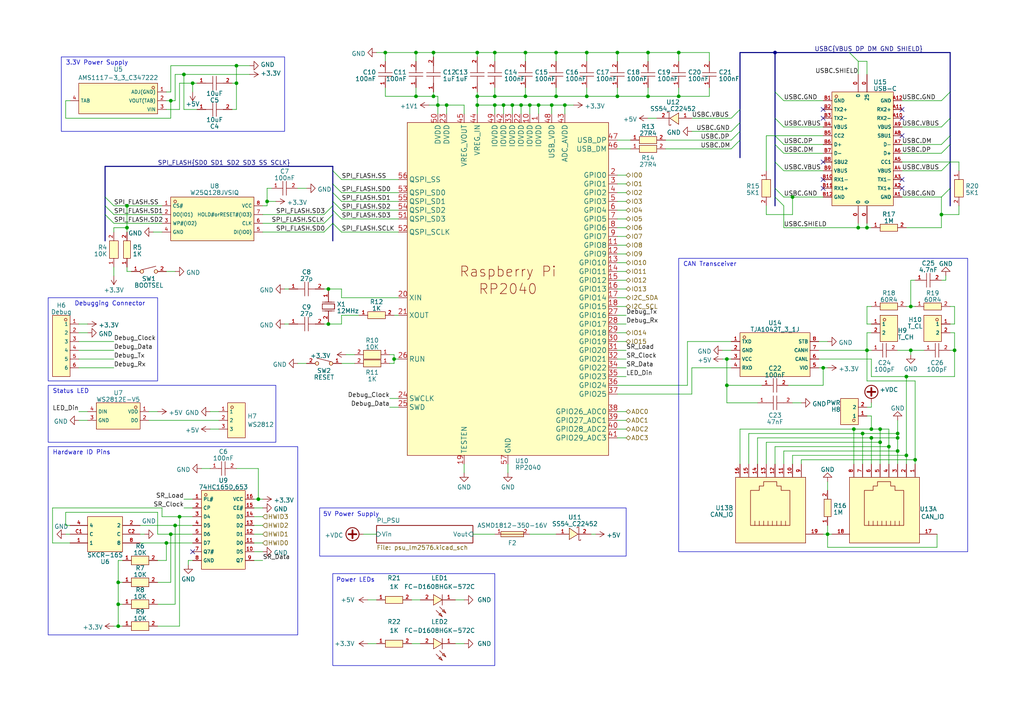
<source format=kicad_sch>
(kicad_sch (version 20231120) (generator "eeschema") (generator_version "8.0")
  (paper "A4")
  (title_block (title "Pi RP2040 MCU") (date "2024-04-06") (rev "1") (company "DrinkRobotics") (comment 1 "https://git.xythobuz.de/thomas/Dispensy") (comment 2 "Licensed under the CERN-OHL-S-2.0+") (comment 3 "PCB Thickness: 1mm") (comment 4 "Copyright (c) 2023 - 2024 Thomas Buck <thomas@xythobuz.de>"))
  (junction (at 129.54 30.48))
  (junction (at 125.73 15.24))
  (junction (at 152.4 27.94))
  (junction (at 179.07 15.24))
  (junction (at 52.07 149.86))
  (junction (at 170.18 15.24))
  (junction (at 68.58 24.13))
  (junction (at 53.34 21.59))
  (junction (at 276.86 101.6))
  (junction (at 179.07 27.94))
  (junction (at 114.3 104.14))
  (junction (at 77.47 58.42))
  (junction (at 260.35 130.81))
  (junction (at 55.88 24.13))
  (junction (at 255.27 124.46))
  (junction (at 125.73 27.94))
  (junction (at 248.92 66.04))
  (junction (at 146.05 30.48))
  (junction (at 262.89 132.08))
  (junction (at 138.43 30.48))
  (junction (at 250.19 125.73))
  (junction (at 151.13 30.48))
  (junction (at 252.73 127))
  (junction (at 187.96 27.94))
  (junction (at 163.83 30.48))
  (junction (at 251.46 101.6))
  (junction (at 160.02 30.48))
  (junction (at 247.65 124.46))
  (junction (at 252.73 124.46))
  (junction (at 34.29 181.61))
  (junction (at 74.93 144.78))
  (junction (at 251.46 66.04))
  (junction (at 187.96 15.24))
  (junction (at 161.29 15.24))
  (junction (at 143.51 30.48))
  (junction (at 170.18 27.94))
  (junction (at 264.16 88.9))
  (junction (at 143.51 27.94))
  (junction (at 156.21 30.48))
  (junction (at 273.05 62.23))
  (junction (at 68.58 19.05))
  (junction (at 36.83 59.69))
  (junction (at 238.76 106.68))
  (junction (at 48.26 157.48))
  (junction (at 49.53 29.21))
  (junction (at 196.85 15.24))
  (junction (at 265.43 133.35))
  (junction (at 264.16 101.6))
  (junction (at 262.89 109.22))
  (junction (at 196.85 27.94))
  (junction (at 161.29 27.94))
  (junction (at 95.25 83.82))
  (junction (at 95.25 93.98))
  (junction (at 138.43 27.94))
  (junction (at 50.8 152.4))
  (junction (at 111.76 15.24))
  (junction (at 152.4 15.24))
  (junction (at 34.29 168.91))
  (junction (at 36.83 66.04))
  (junction (at 210.82 111.76))
  (junction (at 224.79 15.24))
  (junction (at 260.35 125.73))
  (junction (at 240.03 154.94))
  (junction (at 255.27 128.27))
  (junction (at 49.53 154.94))
  (junction (at 257.81 129.54))
  (junction (at 143.51 15.24))
  (junction (at 153.67 30.48))
  (junction (at 127 30.48))
  (junction (at 210.82 104.14))
  (junction (at 120.65 15.24))
  (junction (at 229.87 57.15))
  (junction (at 138.43 15.24))
  (junction (at 260.35 127))
  (junction (at 148.59 30.48))
  (junction (at 34.29 175.26))
  (junction (at 120.65 27.94))
  (no_connect (at 238.76 46.99))
  (no_connect (at 238.76 54.61))
  (no_connect (at 238.76 31.75))
  (no_connect (at 55.88 160.02))
  (no_connect (at 261.62 52.07))
  (no_connect (at 238.76 34.29))
  (no_connect (at 261.62 31.75))
  (no_connect (at 261.62 34.29))
  (no_connect (at 261.62 54.61))
  (no_connect (at 238.76 52.07))
  (no_connect (at 261.62 39.37))
  (bus_entry (at 275.59 54.61) (size -2.54 2.54))
  (bus_entry (at 30.48 62.23) (size 2.54 2.54))
  (bus_entry (at 275.59 26.67) (size -2.54 2.54))
  (bus_entry (at 214.63 40.64) (size -2.54 2.54))
  (bus_entry (at 224.79 41.91) (size 2.54 2.54))
  (bus_entry (at 214.63 35.56) (size -2.54 2.54))
  (bus_entry (at 96.52 55.88) (size 2.54 2.54))
  (bus_entry (at 30.48 59.69) (size 2.54 2.54))
  (bus_entry (at 224.79 54.61) (size 2.54 2.54))
  (bus_entry (at 96.52 64.77) (size 2.54 2.54))
  (bus_entry (at 224.79 26.67) (size 2.54 2.54))
  (bus_entry (at 96.52 58.42) (size 2.54 2.54))
  (bus_entry (at 96.52 64.77) (size -2.54 2.54))
  (bus_entry (at 275.59 46.99) (size -2.54 2.54))
  (bus_entry (at 224.79 34.29) (size 2.54 2.54))
  (bus_entry (at 275.59 39.37) (size -2.54 2.54))
  (bus_entry (at 96.52 59.69) (size -2.54 2.54))
  (bus_entry (at 224.79 39.37) (size 2.54 2.54))
  (bus_entry (at 275.59 34.29) (size -2.54 2.54))
  (bus_entry (at 96.52 60.96) (size 2.54 2.54))
  (bus_entry (at 30.48 57.15) (size 2.54 2.54))
  (bus_entry (at 96.52 49.53) (size 2.54 2.54))
  (bus_entry (at 275.59 41.91) (size -2.54 2.54))
  (bus_entry (at 214.63 31.75) (size -2.54 2.54))
  (bus_entry (at 96.52 53.34) (size 2.54 2.54))
  (bus_entry (at 224.79 57.15) (size 2.54 2.54))
  (bus_entry (at 96.52 62.23) (size -2.54 2.54))
  (bus_entry (at 246.38 15.24) (size 2.54 2.54))
  (bus_entry (at 214.63 38.1) (size -2.54 2.54))
  (bus_entry (at 224.79 46.99) (size 2.54 2.54))
  (bus (pts (xy 96.52 64.77) (xy 96.52 69.85)))
  (wire (pts (xy 22.86 99.06) (xy 33.02 99.06)))
  (wire (pts (xy 52.07 24.13) (xy 55.88 24.13)))
  (wire (pts (xy 229.87 134.62) (xy 229.87 132.08)))
  (wire (pts (xy 99.06 67.31) (xy 115.57 67.31)))
  (wire (pts (xy 52.07 31.75) (xy 52.07 24.13)))
  (wire (pts (xy 262.89 109.22) (xy 276.86 109.22)))
  (wire (pts (xy 114.3 91.44) (xy 115.57 91.44)))
  (wire (pts (xy 196.85 15.24) (xy 196.85 17.78)))
  (wire (pts (xy 227.33 130.81) (xy 260.35 130.81)))
  (wire (pts (xy 143.51 30.48) (xy 143.51 33.02)))
  (wire (pts (xy 25.4 121.92) (xy 22.86 121.92)))
  (wire (pts (xy 163.83 30.48) (xy 166.37 30.48)))
  (wire (pts (xy 22.86 104.14) (xy 33.02 104.14)))
  (wire (pts (xy 143.51 30.48) (xy 146.05 30.48)))
  (wire (pts (xy 278.13 62.23) (xy 273.05 62.23)))
  (wire (pts (xy 36.83 78.74) (xy 38.1 78.74)))
  (wire (pts (xy 45.72 148.59) (xy 45.72 154.94)))
  (wire (pts (xy 125.73 15.24) (xy 120.65 15.24)))
  (bus (pts (xy 214.63 15.24) (xy 214.63 31.75)))
  (wire (pts (xy 217.17 125.73) (xy 250.19 125.73)))
  (wire (pts (xy 252.73 109.22) (xy 262.89 109.22)))
  (wire (pts (xy 264.16 101.6) (xy 267.97 101.6)))
  (wire (pts (xy 137.16 154.94) (xy 143.51 154.94)))
  (wire (pts (xy 55.88 24.13) (xy 57.15 24.13)))
  (wire (pts (xy 146.05 33.02) (xy 146.05 30.48)))
  (wire (pts (xy 227.33 36.83) (xy 238.76 36.83)))
  (wire (pts (xy 205.74 15.24) (xy 205.74 17.78)))
  (bus (pts (xy 275.59 15.24) (xy 275.59 26.67)))
  (wire (pts (xy 48.26 78.74) (xy 50.8 78.74)))
  (wire (pts (xy 179.07 53.34) (xy 181.61 53.34)))
  (wire (pts (xy 278.13 59.69) (xy 278.13 62.23)))
  (wire (pts (xy 220.98 111.76) (xy 210.82 111.76)))
  (wire (pts (xy 19.05 152.4) (xy 19.05 148.59)))
  (wire (pts (xy 15.24 157.48) (xy 15.24 147.32)))
  (wire (pts (xy 95.25 83.82) (xy 99.06 83.82)))
  (wire (pts (xy 143.51 27.94) (xy 152.4 27.94)))
  (wire (pts (xy 179.07 93.98) (xy 181.61 93.98)))
  (wire (pts (xy 161.29 15.24) (xy 161.29 17.78)))
  (wire (pts (xy 40.64 152.4) (xy 50.8 152.4)))
  (wire (pts (xy 43.18 121.92) (xy 63.5 121.92)))
  (wire (pts (xy 200.66 114.3) (xy 200.66 106.68)))
  (wire (pts (xy 227.33 29.21) (xy 238.76 29.21)))
  (bus (pts (xy 224.79 15.24) (xy 214.63 15.24)))
  (wire (pts (xy 151.13 30.48) (xy 153.67 30.48)))
  (wire (pts (xy 99.06 63.5) (xy 115.57 63.5)))
  (wire (pts (xy 248.92 64.77) (xy 248.92 66.04)))
  (wire (pts (xy 22.86 96.52) (xy 25.4 96.52)))
  (wire (pts (xy 127 33.02) (xy 127 30.48)))
  (bus (pts (xy 96.52 59.69) (xy 96.52 60.96)))
  (wire (pts (xy 222.25 134.62) (xy 222.25 128.27)))
  (wire (pts (xy 227.33 59.69) (xy 227.33 66.04)))
  (bus (pts (xy 96.52 53.34) (xy 96.52 55.88)))
  (wire (pts (xy 196.85 27.94) (xy 205.74 27.94)))
  (wire (pts (xy 179.07 101.6) (xy 181.61 101.6)))
  (wire (pts (xy 179.07 27.94) (xy 187.96 27.94)))
  (wire (pts (xy 179.07 86.36) (xy 181.61 86.36)))
  (bus (pts (xy 96.52 48.26) (xy 30.48 48.26)))
  (wire (pts (xy 127 27.94) (xy 127 30.48)))
  (wire (pts (xy 106.68 186.69) (xy 109.22 186.69)))
  (wire (pts (xy 210.82 111.76) (xy 210.82 104.14)))
  (wire (pts (xy 265.43 133.35) (xy 265.43 134.62)))
  (wire (pts (xy 105.41 154.94) (xy 109.22 154.94)))
  (wire (pts (xy 57.15 31.75) (xy 53.34 31.75)))
  (bus (pts (xy 96.52 49.53) (xy 96.52 53.34)))
  (wire (pts (xy 78.74 54.61) (xy 77.47 54.61)))
  (wire (pts (xy 260.35 125.73) (xy 260.35 127)))
  (wire (pts (xy 222.25 49.53) (xy 222.25 39.37)))
  (wire (pts (xy 179.07 68.58) (xy 181.61 68.58)))
  (wire (pts (xy 179.07 124.46) (xy 181.61 124.46)))
  (bus (pts (xy 275.59 46.99) (xy 275.59 54.61)))
  (wire (pts (xy 179.07 15.24) (xy 179.07 17.78)))
  (wire (pts (xy 252.73 96.52) (xy 251.46 96.52)))
  (wire (pts (xy 187.96 27.94) (xy 196.85 27.94)))
  (wire (pts (xy 219.71 134.62) (xy 219.71 127)))
  (bus (pts (xy 224.79 15.24) (xy 246.38 15.24)))
  (wire (pts (xy 179.07 63.5) (xy 181.61 63.5)))
  (wire (pts (xy 152.4 25.4) (xy 152.4 27.94)))
  (wire (pts (xy 257.81 129.54) (xy 257.81 124.46)))
  (wire (pts (xy 134.62 30.48) (xy 129.54 30.48)))
  (wire (pts (xy 34.29 175.26) (xy 34.29 181.61)))
  (wire (pts (xy 222.25 128.27) (xy 255.27 128.27)))
  (wire (pts (xy 73.66 157.48) (xy 76.2 157.48)))
  (wire (pts (xy 199.39 99.06) (xy 212.09 99.06)))
  (wire (pts (xy 227.33 49.53) (xy 238.76 49.53)))
  (wire (pts (xy 73.66 147.32) (xy 76.2 147.32)))
  (wire (pts (xy 179.07 127) (xy 181.61 127)))
  (wire (pts (xy 50.8 152.4) (xy 55.88 152.4)))
  (wire (pts (xy 19.05 154.94) (xy 20.32 154.94)))
  (wire (pts (xy 261.62 29.21) (xy 273.05 29.21)))
  (wire (pts (xy 229.87 116.84) (xy 232.41 116.84)))
  (wire (pts (xy 34.29 162.56) (xy 34.29 168.91)))
  (wire (pts (xy 179.07 25.4) (xy 179.07 27.94)))
  (wire (pts (xy 111.76 27.94) (xy 120.65 27.94)))
  (wire (pts (xy 227.33 57.15) (xy 229.87 57.15)))
  (wire (pts (xy 20.32 29.21) (xy 19.05 29.21)))
  (bus (pts (xy 30.48 62.23) (xy 30.48 69.85)))
  (wire (pts (xy 148.59 30.48) (xy 151.13 30.48)))
  (bus (pts (xy 224.79 54.61) (xy 224.79 46.99)))
  (wire (pts (xy 224.79 39.37) (xy 238.76 39.37)))
  (wire (pts (xy 222.25 59.69) (xy 222.25 62.23)))
  (wire (pts (xy 99.06 60.96) (xy 115.57 60.96)))
  (wire (pts (xy 106.68 173.99) (xy 109.22 173.99)))
  (wire (pts (xy 48.26 157.48) (xy 55.88 157.48)))
  (wire (pts (xy 53.34 144.78) (xy 55.88 144.78)))
  (bus (pts (xy 275.59 54.61) (xy 275.59 59.69)))
  (wire (pts (xy 210.82 116.84) (xy 210.82 111.76)))
  (wire (pts (xy 152.4 27.94) (xy 161.29 27.94)))
  (wire (pts (xy 261.62 36.83) (xy 273.05 36.83)))
  (wire (pts (xy 271.78 154.94) (xy 271.78 158.75)))
  (wire (pts (xy 247.65 124.46) (xy 247.65 134.62)))
  (wire (pts (xy 33.02 64.77) (xy 46.99 64.77)))
  (wire (pts (xy 132.08 173.99) (xy 134.62 173.99)))
  (wire (pts (xy 36.83 59.69) (xy 46.99 59.69)))
  (wire (pts (xy 35.56 181.61) (xy 34.29 181.61)))
  (wire (pts (xy 33.02 62.23) (xy 46.99 62.23)))
  (wire (pts (xy 68.58 135.89) (xy 74.93 135.89)))
  (wire (pts (xy 260.35 121.92) (xy 260.35 125.73)))
  (wire (pts (xy 119.38 173.99) (xy 121.92 173.99)))
  (wire (pts (xy 238.76 154.94) (xy 240.03 154.94)))
  (wire (pts (xy 68.58 19.05) (xy 72.39 19.05)))
  (wire (pts (xy 240.03 154.94) (xy 241.3 154.94)))
  (wire (pts (xy 261.62 44.45) (xy 273.05 44.45)))
  (wire (pts (xy 77.47 58.42) (xy 77.47 59.69)))
  (wire (pts (xy 252.73 104.14) (xy 252.73 109.22)))
  (wire (pts (xy 273.05 66.04) (xy 273.05 62.23)))
  (wire (pts (xy 113.03 102.87) (xy 114.3 102.87)))
  (wire (pts (xy 187.96 15.24) (xy 187.96 17.78)))
  (wire (pts (xy 36.83 59.69) (xy 36.83 66.04)))
  (bus (pts (xy 275.59 26.67) (xy 275.59 34.29)))
  (wire (pts (xy 251.46 101.6) (xy 251.46 110.49)))
  (wire (pts (xy 153.67 30.48) (xy 153.67 33.02)))
  (wire (pts (xy 193.04 40.64) (xy 212.09 40.64)))
  (wire (pts (xy 209.55 104.14) (xy 210.82 104.14)))
  (wire (pts (xy 113.03 118.11) (xy 115.57 118.11)))
  (wire (pts (xy 271.78 158.75) (xy 240.03 158.75)))
  (bus (pts (xy 214.63 40.64) (xy 214.63 45.72)))
  (wire (pts (xy 196.85 25.4) (xy 196.85 27.94)))
  (wire (pts (xy 200.66 106.68) (xy 212.09 106.68)))
  (wire (pts (xy 170.18 25.4) (xy 170.18 27.94)))
  (bus (pts (xy 30.48 59.69) (xy 30.48 62.23)))
  (bus (pts (xy 275.59 34.29) (xy 275.59 39.37)))
  (bus (pts (xy 224.79 46.99) (xy 224.79 41.91)))
  (wire (pts (xy 276.86 96.52) (xy 276.86 101.6)))
  (wire (pts (xy 170.18 27.94) (xy 179.07 27.94)))
  (wire (pts (xy 275.59 101.6) (xy 276.86 101.6)))
  (wire (pts (xy 36.83 77.47) (xy 36.83 78.74)))
  (wire (pts (xy 48.26 31.75) (xy 52.07 31.75)))
  (wire (pts (xy 222.25 62.23) (xy 229.87 62.23)))
  (wire (pts (xy 33.02 77.47) (xy 33.02 80.01)))
  (wire (pts (xy 46.99 149.86) (xy 52.07 149.86)))
  (wire (pts (xy 34.29 168.91) (xy 35.56 168.91)))
  (wire (pts (xy 77.47 54.61) (xy 77.47 58.42)))
  (wire (pts (xy 148.59 30.48) (xy 148.59 33.02)))
  (wire (pts (xy 134.62 134.62) (xy 134.62 137.16)))
  (wire (pts (xy 45.72 181.61) (xy 52.07 181.61)))
  (wire (pts (xy 152.4 15.24) (xy 152.4 17.78)))
  (wire (pts (xy 113.03 105.41) (xy 114.3 105.41)))
  (wire (pts (xy 273.05 62.23) (xy 273.05 57.15)))
  (wire (pts (xy 48.26 162.56) (xy 48.26 157.48)))
  (wire (pts (xy 238.76 111.76) (xy 238.76 106.68)))
  (wire (pts (xy 45.72 119.38) (xy 43.18 119.38)))
  (wire (pts (xy 22.86 93.98) (xy 25.4 93.98)))
  (wire (pts (xy 114.3 104.14) (xy 115.57 104.14)))
  (wire (pts (xy 68.58 24.13) (xy 68.58 19.05)))
  (wire (pts (xy 251.46 66.04) (xy 252.73 66.04)))
  (wire (pts (xy 179.07 60.96) (xy 181.61 60.96)))
  (wire (pts (xy 161.29 27.94) (xy 170.18 27.94)))
  (wire (pts (xy 127 30.48) (xy 129.54 30.48)))
  (wire (pts (xy 22.86 101.6) (xy 33.02 101.6)))
  (wire (pts (xy 99.06 58.42) (xy 115.57 58.42)))
  (wire (pts (xy 252.73 127) (xy 260.35 127)))
  (wire (pts (xy 48.26 26.67) (xy 49.53 26.67)))
  (wire (pts (xy 170.18 15.24) (xy 170.18 17.78)))
  (wire (pts (xy 88.9 105.41) (xy 86.36 105.41)))
  (wire (pts (xy 170.18 15.24) (xy 179.07 15.24)))
  (wire (pts (xy 111.76 17.78) (xy 111.76 15.24)))
  (wire (pts (xy 251.46 21.59) (xy 251.46 17.78)))
  (wire (pts (xy 179.07 71.12) (xy 181.61 71.12)))
  (wire (pts (xy 237.49 99.06) (xy 240.03 99.06)))
  (wire (pts (xy 250.19 125.73) (xy 250.19 134.62)))
  (wire (pts (xy 77.47 58.42) (xy 80.01 58.42)))
  (wire (pts (xy 260.35 130.81) (xy 260.35 134.62)))
  (wire (pts (xy 275.59 96.52) (xy 276.86 96.52)))
  (wire (pts (xy 60.96 124.46) (xy 63.5 124.46)))
  (wire (pts (xy 257.81 129.54) (xy 257.81 134.62)))
  (wire (pts (xy 238.76 106.68) (xy 240.03 106.68)))
  (wire (pts (xy 224.79 134.62) (xy 224.79 129.54)))
  (wire (pts (xy 76.2 67.31) (xy 93.98 67.31)))
  (wire (pts (xy 179.07 73.66) (xy 181.61 73.66)))
  (wire (pts (xy 193.04 43.18) (xy 212.09 43.18)))
  (wire (pts (xy 49.53 29.21) (xy 50.8 29.21)))
  (wire (pts (xy 138.43 30.48) (xy 143.51 30.48)))
  (wire (pts (xy 119.38 186.69) (xy 121.92 186.69)))
  (wire (pts (xy 125.73 15.24) (xy 138.43 15.24)))
  (wire (pts (xy 187.96 25.4) (xy 187.96 27.94)))
  (wire (pts (xy 214.63 134.62) (xy 214.63 124.46)))
  (bus (pts (xy 96.52 48.26) (xy 96.52 49.53)))
  (wire (pts (xy 251.46 120.65) (xy 252.73 120.65)))
  (wire (pts (xy 156.21 30.48) (xy 160.02 30.48)))
  (wire (pts (xy 138.43 33.02) (xy 138.43 30.48)))
  (wire (pts (xy 260.35 101.6) (xy 264.16 101.6)))
  (wire (pts (xy 40.64 157.48) (xy 48.26 157.48)))
  (wire (pts (xy 179.07 43.18) (xy 182.88 43.18)))
  (wire (pts (xy 74.93 135.89) (xy 74.93 144.78)))
  (bus (pts (xy 224.79 41.91) (xy 224.79 39.37)))
  (wire (pts (xy 35.56 162.56) (xy 34.29 162.56)))
  (wire (pts (xy 251.46 101.6) (xy 252.73 101.6)))
  (wire (pts (xy 76.2 64.77) (xy 93.98 64.77)))
  (wire (pts (xy 260.35 127) (xy 260.35 130.81)))
  (wire (pts (xy 237.49 104.14) (xy 252.73 104.14)))
  (wire (pts (xy 187.96 34.29) (xy 190.5 34.29)))
  (wire (pts (xy 251.46 88.9) (xy 251.46 93.98)))
  (wire (pts (xy 161.29 25.4) (xy 161.29 27.94)))
  (wire (pts (xy 73.66 144.78) (xy 74.93 144.78)))
  (wire (pts (xy 179.07 15.24) (xy 187.96 15.24)))
  (wire (pts (xy 251.46 96.52) (xy 251.46 101.6)))
  (wire (pts (xy 45.72 154.94) (xy 49.53 154.94)))
  (wire (pts (xy 132.08 186.69) (xy 134.62 186.69)))
  (wire (pts (xy 49.53 34.29) (xy 49.53 29.21)))
  (bus (pts (xy 96.52 60.96) (xy 96.52 62.23)))
  (wire (pts (xy 219.71 116.84) (xy 210.82 116.84)))
  (wire (pts (xy 179.07 76.2) (xy 181.61 76.2)))
  (wire (pts (xy 99.06 91.44) (xy 104.14 91.44)))
  (wire (pts (xy 219.71 127) (xy 252.73 127)))
  (wire (pts (xy 19.05 34.29) (xy 49.53 34.29)))
  (bus (pts (xy 224.79 57.15) (xy 224.79 54.61)))
  (wire (pts (xy 196.85 15.24) (xy 205.74 15.24)))
  (wire (pts (xy 199.39 111.76) (xy 199.39 99.06)))
  (bus (pts (xy 214.63 31.75) (xy 214.63 35.56)))
  (wire (pts (xy 200.66 38.1) (xy 212.09 38.1)))
  (wire (pts (xy 255.27 128.27) (xy 255.27 134.62)))
  (wire (pts (xy 124.46 30.48) (xy 127 30.48)))
  (wire (pts (xy 52.07 181.61) (xy 52.07 149.86)))
  (wire (pts (xy 93.98 93.98) (xy 95.25 93.98)))
  (wire (pts (xy 138.43 26.67) (xy 138.43 27.94)))
  (wire (pts (xy 261.62 49.53) (xy 273.05 49.53)))
  (wire (pts (xy 163.83 33.02) (xy 163.83 30.48)))
  (wire (pts (xy 138.43 15.24) (xy 143.51 15.24)))
  (wire (pts (xy 52.07 149.86) (xy 55.88 149.86)))
  (wire (pts (xy 99.06 55.88) (xy 115.57 55.88)))
  (wire (pts (xy 179.07 40.64) (xy 182.88 40.64)))
  (wire (pts (xy 153.67 154.94) (xy 161.29 154.94)))
  (wire (pts (xy 151.13 30.48) (xy 151.13 33.02)))
  (wire (pts (xy 76.2 62.23) (xy 93.98 62.23)))
  (wire (pts (xy 276.86 93.98) (xy 275.59 93.98)))
  (wire (pts (xy 68.58 31.75) (xy 68.58 24.13)))
  (wire (pts (xy 99.06 93.98) (xy 99.06 91.44)))
  (wire (pts (xy 209.55 101.6) (xy 212.09 101.6)))
  (wire (pts (xy 247.65 124.46) (xy 252.73 124.46)))
  (wire (pts (xy 33.02 181.61) (xy 34.29 181.61)))
  (wire (pts (xy 210.82 104.14) (xy 212.09 104.14)))
  (wire (pts (xy 237.49 106.68) (xy 238.76 106.68)))
  (wire (pts (xy 252.73 118.11) (xy 252.73 116.84)))
  (wire (pts (xy 49.53 168.91) (xy 49.53 154.94)))
  (wire (pts (xy 99.06 83.82) (xy 99.06 86.36)))
  (wire (pts (xy 274.32 81.28) (xy 274.32 80.01)))
  (wire (pts (xy 264.16 81.28) (xy 264.16 88.9)))
  (wire (pts (xy 54.61 162.56) (xy 54.61 163.83)))
  (wire (pts (xy 265.43 110.49) (xy 265.43 133.35)))
  (wire (pts (xy 120.65 25.4) (xy 120.65 27.94)))
  (wire (pts (xy 93.98 83.82) (xy 95.25 83.82)))
  (wire (pts (xy 73.66 149.86) (xy 76.2 149.86)))
  (wire (pts (xy 179.07 121.92) (xy 181.61 121.92)))
  (wire (pts (xy 60.96 119.38) (xy 63.5 119.38)))
  (wire (pts (xy 227.33 44.45) (xy 238.76 44.45)))
  (wire (pts (xy 179.07 50.8) (xy 181.61 50.8)))
  (wire (pts (xy 248.92 66.04) (xy 251.46 66.04)))
  (wire (pts (xy 179.07 91.44) (xy 181.61 91.44)))
  (wire (pts (xy 55.88 26.67) (xy 55.88 24.13)))
  (wire (pts (xy 275.59 88.9) (xy 276.86 88.9)))
  (wire (pts (xy 22.86 119.38) (xy 25.4 119.38)))
  (wire (pts (xy 161.29 15.24) (xy 170.18 15.24)))
  (wire (pts (xy 40.64 154.94) (xy 41.91 154.94)))
  (wire (pts (xy 46.99 147.32) (xy 46.99 149.86)))
  (wire (pts (xy 179.07 83.82) (xy 181.61 83.82)))
  (wire (pts (xy 45.72 175.26) (xy 50.8 175.26)))
  (wire (pts (xy 138.43 27.94) (xy 143.51 27.94)))
  (wire (pts (xy 240.03 158.75) (xy 240.03 154.94)))
  (wire (pts (xy 251.46 110.49) (xy 265.43 110.49)))
  (wire (pts (xy 179.07 81.28) (xy 181.61 81.28)))
  (wire (pts (xy 95.25 93.98) (xy 99.06 93.98)))
  (wire (pts (xy 237.49 101.6) (xy 251.46 101.6)))
  (wire (pts (xy 147.32 134.62) (xy 147.32 137.16)))
  (wire (pts (xy 109.22 15.24) (xy 111.76 15.24)))
  (wire (pts (xy 222.25 39.37) (xy 224.79 39.37)))
  (bus (pts (xy 246.38 15.24) (xy 275.59 15.24)))
  (wire (pts (xy 73.66 162.56) (xy 76.2 162.56)))
  (wire (pts (xy 251.46 93.98) (xy 252.73 93.98)))
  (wire (pts (xy 278.13 49.53) (xy 278.13 46.99)))
  (wire (pts (xy 44.45 67.31) (xy 46.99 67.31)))
  (wire (pts (xy 153.67 30.48) (xy 156.21 30.48)))
  (wire (pts (xy 53.34 147.32) (xy 55.88 147.32)))
  (wire (pts (xy 152.4 15.24) (xy 161.29 15.24)))
  (wire (pts (xy 179.07 96.52) (xy 181.61 96.52)))
  (wire (pts (xy 19.05 148.59) (xy 45.72 148.59)))
  (bus (pts (xy 214.63 35.56) (xy 214.63 38.1)))
  (bus (pts (xy 96.52 58.42) (xy 96.52 59.69)))
  (wire (pts (xy 232.41 133.35) (xy 265.43 133.35)))
  (wire (pts (xy 111.76 15.24) (xy 120.65 15.24)))
  (wire (pts (xy 55.88 162.56) (xy 54.61 162.56)))
  (wire (pts (xy 187.96 15.24) (xy 196.85 15.24)))
  (wire (pts (xy 229.87 62.23) (xy 229.87 57.15)))
  (wire (pts (xy 82.55 83.82) (xy 83.82 83.82)))
  (wire (pts (xy 125.73 16.51) (xy 125.73 15.24)))
  (wire (pts (xy 160.02 30.48) (xy 160.02 33.02)))
  (wire (pts (xy 50.8 21.59) (xy 50.8 29.21)))
  (wire (pts (xy 19.05 29.21) (xy 19.05 34.29)))
  (bus (pts (xy 30.48 48.26) (xy 30.48 57.15)))
  (wire (pts (xy 248.92 17.78) (xy 251.46 17.78)))
  (wire (pts (xy 143.51 15.24) (xy 143.51 17.78)))
  (wire (pts (xy 276.86 88.9) (xy 276.86 93.98)))
  (wire (pts (xy 252.73 127) (xy 252.73 134.62)))
  (wire (pts (xy 49.53 154.94) (xy 55.88 154.94)))
  (bus (pts (xy 224.79 59.69) (xy 224.79 57.15)))
  (wire (pts (xy 227.33 41.91) (xy 238.76 41.91)))
  (wire (pts (xy 179.07 66.04) (xy 181.61 66.04)))
  (wire (pts (xy 232.41 134.62) (xy 232.41 133.35)))
  (bus (pts (xy 275.59 41.91) (xy 275.59 46.99)))
  (wire (pts (xy 49.53 19.05) (xy 68.58 19.05)))
  (wire (pts (xy 114.3 105.41) (xy 114.3 104.14)))
  (wire (pts (xy 240.03 152.4) (xy 240.03 154.94)))
  (wire (pts (xy 15.24 147.32) (xy 46.99 147.32)))
  (wire (pts (xy 228.6 111.76) (xy 238.76 111.76)))
  (wire (pts (xy 67.31 24.13) (xy 68.58 24.13)))
  (wire (pts (xy 160.02 30.48) (xy 163.83 30.48)))
  (wire (pts (xy 125.73 27.94) (xy 125.73 26.67)))
  (wire (pts (xy 73.66 160.02) (xy 76.2 160.02)))
  (wire (pts (xy 113.03 115.57) (xy 115.57 115.57)))
  (wire (pts (xy 36.83 66.04) (xy 36.83 67.31)))
  (wire (pts (xy 262.89 109.22) (xy 262.89 132.08)))
  (wire (pts (xy 261.62 57.15) (xy 273.05 57.15)))
  (wire (pts (xy 33.02 67.31) (xy 33.02 66.04)))
  (wire (pts (xy 114.3 102.87) (xy 114.3 104.14)))
  (bus (pts (xy 275.59 39.37) (xy 275.59 41.91)))
  (wire (pts (xy 255.27 124.46) (xy 255.27 128.27)))
  (wire (pts (xy 265.43 81.28) (xy 264.16 81.28)))
  (bus (pts (xy 30.48 57.15) (xy 30.48 59.69)))
  (wire (pts (xy 261.62 41.91) (xy 273.05 41.91)))
  (wire (pts (xy 86.36 54.61) (xy 88.9 54.61)))
  (wire (pts (xy 67.31 31.75) (xy 68.58 31.75)))
  (wire (pts (xy 179.07 111.76) (xy 199.39 111.76)))
  (wire (pts (xy 261.62 46.99) (xy 275.59 46.99)))
  (bus (pts (xy 224.79 15.24) (xy 224.79 26.67)))
  (bus (pts (xy 96.52 55.88) (xy 96.52 58.42)))
  (wire (pts (xy 129.54 30.48) (xy 129.54 33.02)))
  (wire (pts (xy 252.73 124.46) (xy 255.27 124.46)))
  (wire (pts (xy 251.46 64.77) (xy 251.46 66.04)))
  (wire (pts (xy 156.21 30.48) (xy 156.21 33.02)))
  (wire (pts (xy 34.29 175.26) (xy 34.29 168.91)))
  (wire (pts (xy 262.89 88.9) (xy 264.16 88.9)))
  (wire (pts (xy 73.66 154.94) (xy 76.2 154.94)))
  (wire (pts (xy 134.62 33.02) (xy 134.62 30.48)))
  (wire (pts (xy 143.51 15.24) (xy 152.4 15.24)))
  (wire (pts (xy 74.93 144.78) (xy 76.2 144.78)))
  (wire (pts (xy 179.07 58.42) (xy 181.61 58.42)))
  (wire (pts (xy 76.2 59.69) (xy 77.47 59.69)))
  (wire (pts (xy 251.46 118.11) (xy 252.73 118.11)))
  (wire (pts (xy 240.03 139.7) (xy 240.03 142.24)))
  (wire (pts (xy 99.06 86.36) (xy 115.57 86.36)))
  (wire (pts (xy 227.33 134.62) (xy 227.33 130.81)))
  (wire (pts (xy 45.72 168.91) (xy 49.53 168.91)))
  (wire (pts (xy 179.07 106.68) (xy 181.61 106.68)))
  (wire (pts (xy 138.43 16.51) (xy 138.43 15.24)))
  (wire (pts (xy 120.65 27.94) (xy 125.73 27.94)))
  (wire (pts (xy 58.42 135.89) (xy 60.96 135.89)))
  (wire (pts (xy 179.07 114.3) (xy 200.66 114.3)))
  (wire (pts (xy 200.66 34.29) (xy 212.09 34.29)))
  (wire (pts (xy 255.27 124.46) (xy 257.81 124.46)))
  (wire (pts (xy 179.07 104.14) (xy 181.61 104.14)))
  (wire (pts (xy 120.65 15.24) (xy 120.65 17.78)))
  (wire (pts (xy 248.92 17.78) (xy 248.92 21.59)))
  (bus (pts (xy 224.79 39.37) (xy 224.79 34.29)))
  (wire (pts (xy 20.32 152.4) (xy 19.05 152.4)))
  (wire (pts (xy 50.8 175.26) (xy 50.8 152.4)))
  (wire (pts (xy 146.05 30.48) (xy 148.59 30.48)))
  (wire (pts (xy 49.53 29.21) (xy 48.26 29.21)))
  (bus (pts (xy 224.79 34.29) (xy 224.79 26.67)))
  (wire (pts (xy 229.87 132.08) (xy 262.89 132.08)))
  (wire (pts (xy 214.63 124.46) (xy 247.65 124.46)))
  (wire (pts (xy 73.66 152.4) (xy 76.2 152.4)))
  (wire (pts (xy 262.89 132.08) (xy 262.89 134.62)))
  (wire (pts (xy 179.07 55.88) (xy 181.61 55.88)))
  (wire (pts (xy 102.87 105.41) (xy 99.06 105.41)))
  (wire (pts (xy 125.73 27.94) (xy 127 27.94)))
  (wire (pts (xy 264.16 88.9) (xy 265.43 88.9)))
  (wire (pts (xy 171.45 154.94) (xy 172.72 154.94)))
  (wire (pts (xy 179.07 109.22) (xy 181.61 109.22)))
  (wire (pts (xy 20.32 157.48) (xy 15.24 157.48)))
  (wire (pts (xy 99.06 52.07) (xy 115.57 52.07)))
  (wire (pts (xy 250.19 125.73) (xy 260.35 125.73)))
  (wire (pts (xy 33.02 59.69) (xy 36.83 59.69)))
  (wire (pts (xy 229.87 57.15) (xy 238.76 57.15)))
  (wire (pts (xy 53.34 21.59) (xy 72.39 21.59)))
  (wire (pts (xy 35.56 175.26) (xy 34.29 175.26)))
  (bus (pts (xy 96.52 62.23) (xy 96.52 64.77)))
  (wire (pts (xy 224.79 129.54) (xy 257.81 129.54)))
  (wire (pts (xy 252.73 120.65) (xy 252.73 124.46)))
  (wire (pts (xy 273.05 81.28) (xy 274.32 81.28)))
  (bus (pts (xy 214.63 38.1) (xy 214.63 40.64)))
  (wire (pts (xy 275.59 46.99) (xy 278.13 46.99)))
  (wire (pts (xy 276.86 109.22) (xy 276.86 101.6)))
  (wire (pts (xy 100.33 102.87) (xy 102.87 102.87)))
  (wire (pts (xy 82.55 93.98) (xy 83.82 93.98)))
  (wire (pts (xy 22.86 106.68) (xy 33.02 106.68)))
  (wire (pts (xy 179.07 99.06) (xy 181.61 99.06)))
  (wire (pts (xy 205.74 27.94) (xy 205.74 25.4)))
  (wire (pts (xy 53.34 21.59) (xy 53.34 31.75)))
  (wire (pts (xy 262.89 66.04) (xy 273.05 66.04)))
  (wire (pts (xy 49.53 26.67) (xy 49.53 19.05)))
  (wire (pts (xy 50.8 21.59) (xy 53.34 21.59)))
  (wire (pts (xy 227.33 66.04) (xy 248.92 66.04)))
  (wire (pts (xy 111.76 25.4) (xy 111.76 27.94)))
  (wire (pts (xy 264.16 101.6) (xy 264.16 102.87)))
  (wire (pts (xy 179.07 78.74) (xy 181.61 78.74)))
  (wire (pts (xy 138.43 27.94) (xy 138.43 30.48)))
  (wire (pts (xy 143.51 25.4) (xy 143.51 27.94)))
  (wire (pts (xy 179.07 119.38) (xy 181.61 119.38)))
  (wire (pts (xy 179.07 88.9) (xy 181.61 88.9)))
  (wire (pts (xy 33.02 66.04) (xy 36.83 66.04)))
  (wire (pts (xy 252.73 88.9) (xy 251.46 88.9)))
  (wire (pts (xy 45.72 162.56) (xy 48.26 162.56)))
  (wire (pts (xy 217.17 134.62) (xy 217.17 125.73)))
  (rectangle (start 13.97 111.76) (end 80.01 128.27))
  (rectangle (start 13.97 129.54) (end 86.36 184.15))
  (rectangle (start 13.97 86.36) (end 45.72 110.49))
  (rectangle (start 196.85 74.93) (end 280.67 160.02))
  (rectangle (start 17.78 16.51) (end 82.55 38.1))
  (text_box "5V Power Supply" (at 92.71 147.32 0) (size 88.9 13.97) (effects (font (size 1.27 1.27)) (justify left top)))
  (text_box "Power LEDs" (at 96.52 166.37 0) (size 46.99 26.67) (effects (font (size 1.27 1.27)) (justify left top)))
  (text "Hardware ID Pins" (at 15.24 132.08 0) (effects (font (size 1.27 1.27)) (justify left bottom)))
  (text "Debugging Connector" (at 21.59 88.9 0) (effects (font (size 1.27 1.27)) (justify left bottom)))
  (text "CAN Transceiver" (at 198.12 77.47 0) (effects (font (size 1.27 1.27)) (justify left bottom)))
  (text "Status LED" (at 15.24 114.3 0) (effects (font (size 1.27 1.27)) (justify left bottom)))
  (text "3.3V Power Supply" (at 19.05 19.05 0) (effects (font (size 1.27 1.27)) (justify left bottom)))
  (label "SPI_FLASH.SD3" (at 99.06 63.5 0))
  (label "SR_Clock" (at 53.34 147.32 180))
  (label "USBC.VBUS" (at 261.62 49.53 0))
  (label "SPI_FLASH.SD2" (at 33.02 64.77 0))
  (label "Debug_Tx" (at 181.61 91.44 0))
  (label "USBC.GND" (at 261.62 57.15 0))
  (label "SPI_FLASH.SS" (at 99.06 52.07 0))
  (label "USBC{VBUS DP DM GND SHIELD}" (at 236.22 15.24 0))
  (label "Debug_Tx" (at 33.02 104.14 0))
  (label "SPI_FLASH.SCLK" (at 99.06 67.31 0))
  (label "SPI_FLASH.SD0" (at 99.06 55.88 0))
  (label "USBC.DP" (at 227.33 41.91 0))
  (label "USBC.GND" (at 227.33 29.21 0))
  (label "Debug_Clock" (at 33.02 99.06 0))
  (label "SPI_FLASH{SD0 SD1 SD2 SD3 SS SCLK}" (at 45.72 48.26 0))
  (label "Debug_Data" (at 33.02 101.6 0))
  (label "SPI_FLASH.SD1" (at 33.02 62.23 0))
  (label "SPI_FLASH.SCLK" (at 78.74 64.77 0))
  (label "USBC.SHIELD" (at 227.33 66.04 0))
  (label "SPI_FLASH.SS" (at 33.02 59.69 0))
  (label "LED_Din" (at 22.86 119.38 180))
  (label "USBC.GND" (at 261.62 29.21 0))
  (label "SPI_FLASH.SD3" (at 80.01 62.23 0))
  (label "USBC.DP" (at 203.2 40.64 0))
  (label "USBC.DM" (at 203.2 43.18 0))
  (label "USBC.VBUS" (at 200.66 34.29 0))
  (label "USBC.VBUS" (at 227.33 36.83 0))
  (label "Debug_Rx" (at 33.02 106.68 0))
  (label "USBC.GND" (at 227.33 57.15 0))
  (label "SR_Load" (at 53.34 144.78 180))
  (label "USBC.GND" (at 201.93 38.1 0))
  (label "Debug_Data" (at 113.03 118.11 180))
  (label "USBC.VBUS" (at 261.62 36.83 0))
  (label "SR_Data" (at 76.2 162.56 0))
  (label "SR_Load" (at 181.61 101.6 0))
  (label "LED_Din" (at 181.61 109.22 0))
  (label "SPI_FLASH.SD2" (at 99.06 60.96 0))
  (label "USBC.DM" (at 261.62 41.91 0))
  (label "USBC.VBUS" (at 227.33 49.53 0))
  (label "Debug_Clock" (at 113.03 115.57 180))
  (label "USBC.DP" (at 261.62 44.45 0))
  (label "SPI_FLASH.SD0" (at 80.01 67.31 0))
  (label "USBC.DM" (at 227.33 44.45 0))
  (label "SR_Data" (at 181.61 106.68 0))
  (label "USBC.SHIELD" (at 248.92 21.59 180))
  (label "SR_Clock" (at 181.61 104.14 0))
  (label "SPI_FLASH.SD1" (at 99.06 58.42 0))
  (label "Debug_Rx" (at 181.61 93.98 0))
  (hierarchical_label "IO8" (shape bidirectional) (at 181.61 71.12 0))
  (hierarchical_label "ADC1" (shape bidirectional) (at 181.61 121.92 0))
  (hierarchical_label "IO4" (shape bidirectional) (at 181.61 60.96 0))
  (hierarchical_label "IO5" (shape bidirectional) (at 181.61 63.5 0))
  (hierarchical_label "ADC2" (shape bidirectional) (at 181.61 124.46 0))
  (hierarchical_label "IO3" (shape bidirectional) (at 181.61 58.42 0))
  (hierarchical_label "IO2" (shape bidirectional) (at 181.61 55.88 0))
  (hierarchical_label "IO0" (shape bidirectional) (at 181.61 50.8 0))
  (hierarchical_label "IO15" (shape bidirectional) (at 181.61 99.06 0))
  (hierarchical_label "ADC3" (shape bidirectional) (at 181.61 127 0))
  (hierarchical_label "HWID0" (shape input) (at 76.2 157.48 0))
  (hierarchical_label "ADC0" (shape bidirectional) (at 181.61 119.38 0))
  (hierarchical_label "IO12" (shape bidirectional) (at 181.61 81.28 0))
  (hierarchical_label "IO6" (shape bidirectional) (at 181.61 66.04 0))
  (hierarchical_label "IO7" (shape bidirectional) (at 181.61 68.58 0))
  (hierarchical_label "I2C_SDA" (shape bidirectional) (at 181.61 86.36 0))
  (hierarchical_label "IO13" (shape bidirectional) (at 181.61 83.82 0))
  (hierarchical_label "IO10" (shape bidirectional) (at 181.61 76.2 0))
  (hierarchical_label "IO14" (shape bidirectional) (at 181.61 96.52 0))
  (hierarchical_label "IO1" (shape bidirectional) (at 181.61 53.34 0))
  (hierarchical_label "IO11" (shape bidirectional) (at 181.61 78.74 0))
  (hierarchical_label "HWID2" (shape input) (at 76.2 152.4 0))
  (hierarchical_label "I2C_SCL" (shape bidirectional) (at 181.61 88.9 0))
  (hierarchical_label "IO9" (shape bidirectional) (at 181.61 73.66 0))
  (hierarchical_label "HWID3" (shape input) (at 76.2 149.86 0))
  (hierarchical_label "HWID1" (shape input) (at 76.2 154.94 0))
  (symbol (lib_id "power:GND") (at 134.62 186.69 90) (unit 1)
    (property "Reference" "#PWR077" (effects (hide yes)))
    (property "Value" "GND" (at 138.43 186.69 90) (effects (justify right)))
  )
  (symbol (lib_id "power:+5V") (at 106.68 173.99 90) (unit 1)
    (property "Reference" "#PWR074" (effects (hide yes)))
    (property "Value" "+5V" (at 102.87 173.99 90) (effects (justify left)))
  )
  (symbol (lib_id "power:GND") (at 264.16 102.87 0) (unit 1)
    (property "Reference" "#PWR067" (effects (hide yes)))
    (property "Value" "GND" (at 264.16 107.0055 0))
  )
  (symbol (lib_id "power:GND") (at 54.61 163.83 0) (unit 1)
    (property "Reference" "#PWR035" (effects (hide yes)))
    (property "Value" "GND" (at 54.61 167.9655 0))
  )
  (symbol (lib_id "jlc:C0402C0G270G500NTB") (at 88.9 83.82 0) (unit 1)
    (property "Reference" "C8" (at 88.9 78.9051 0))
    (property "Value" "27p" (at 88.9 80.8261 0))
    (property "Footprint" "jlc_footprints:C0402" (effects (hide yes)))
    (property "Datasheet" "https://item.szlcsc.com/15869.html" (effects (hide yes)))
    (property "LCSC" "C140675" (effects (hide yes)))
    (property "Capacitance" "27pF" (effects (hide yes)))
  )
  (symbol (lib_id "power:GND") (at 72.39 19.05 90) (mirror x) (unit 1)
    (property "Reference" "#PWR037" (effects (hide yes)))
    (property "Value" "GND" (at 75.565 18.7332 90) (effects (justify right)))
  )
  (symbol (lib_id "power:+3.3V") (at 100.33 102.87 90) (unit 1)
    (property "Reference" "#PWR049" (effects (hide yes)))
    (property "Value" "+3.3V" (at 95.885 103.1868 90) (effects (justify left)))
  )
  (symbol (lib_id "jlc:GCM155R71H473KE02J") (at 224.79 116.84 0) (unit 1)
    (property "Reference" "C23" (at 224.79 120.4675 0))
    (property "Value" "47nF" (at 224.79 122.3885 0))
    (property "Footprint" "jlc_footprints:C0402" (effects (hide yes)))
    (property "Datasheet" "https://item.szlcsc.com/15869.html" (effects (hide yes)))
    (property "LCSC" "C697422" (effects (hide yes)))
    (property "Capacitance" "47nF" (effects (hide yes)))
  )
  (symbol (lib_id "power:+5V") (at 209.55 104.14 90) (unit 1)
    (property "Reference" "#PWR060" (effects (hide yes)))
    (property "Value" "+5V" (at 206.3751 104.4568 90) (effects (justify left)))
  )
  (symbol (lib_id "jlc:WR04X27R4FTL") (at 187.96 40.64 0) (unit 1)
    (property "Reference" "R13" (at 187.96 36.7411 0))
    (property "Value" "27R4" (at 187.96 38.6621 0))
    (property "Footprint" "jlc_footprints:R0402" (effects (hide yes)))
    (property "Datasheet" "https://item.szlcsc.com/323315.html" (effects (hide yes)))
    (property "LCSC" "C172043" (effects (hide yes)))
    (property "Resistance" "27.4Ω" (effects (hide yes)))
  )
  (symbol (lib_id "jlc:CC0402KRX7R8BB104") (at 143.51 21.59 90) (unit 1)
    (property "Reference" "C14" (at 146.177 20.9463 90) (effects (justify right)))
    (property "Value" "100nF" (at 146.177 22.8673 90) (effects (justify right)))
    (property "Footprint" "jlc_footprints:C0402" (effects (hide yes)))
    (property "Datasheet" "https://item.szlcsc.com/15869.html" (effects (hide yes)))
    (property "LCSC" "C105883" (effects (hide yes)))
    (property "Capacitance" "100nF" (effects (hide yes)))
  )
  (symbol (lib_id "jlc:CR-02FL6---10K") (at 40.64 162.56 0) (unit 1)
    (property "Reference" "R6" (at 40.64 158.4071 0))
    (property "Value" "10K" (at 40.64 160.3281 0))
    (property "Footprint" "jlc_footprints:R0402" (effects (hide yes)))
    (property "Datasheet" "https://item.szlcsc.com/323315.html" (effects (hide yes)))
    (property "LCSC" "C406733" (effects (hide yes)))
    (property "Resistance" "10kΩ" (effects (hide yes)))
  )
  (symbol (lib_id "power:GND") (at 76.2 160.02 90) (unit 1)
    (property "Reference" "#PWR043" (effects (hide yes)))
    (property "Value" "GND" (at 79.375 160.3368 90) (effects (justify right)))
  )
  (symbol (lib_id "jlc:CR-02FL6---10K") (at 40.64 175.26 0) (unit 1)
    (property "Reference" "R8" (at 40.64 171.1071 0))
    (property "Value" "10K" (at 40.64 173.0281 0))
    (property "Footprint" "jlc_footprints:R0402" (effects (hide yes)))
    (property "Datasheet" "https://item.szlcsc.com/323315.html" (effects (hide yes)))
    (property "LCSC" "C406733" (effects (hide yes)))
    (property "Resistance" "10kΩ" (effects (hide yes)))
  )
  (symbol (lib_id "jlc:CC0402KRX7R8BB104") (at 196.85 21.59 90) (unit 1)
    (property "Reference" "C20" (at 199.517 20.9463 90) (effects (justify right)))
    (property "Value" "100nF" (at 199.517 22.8673 90) (effects (justify right)))
    (property "Footprint" "jlc_footprints:C0402" (effects (hide yes)))
    (property "Datasheet" "https://item.szlcsc.com/15869.html" (effects (hide yes)))
    (property "LCSC" "C105883" (effects (hide yes)))
    (property "Capacitance" "100nF" (effects (hide yes)))
  )
  (symbol (lib_id "jlc:SS54_C22452") (at 195.58 34.29 0) (unit 1)
    (property "Reference" "U12" (at 195.199 29.6291 0))
    (property "Value" "SS54_C22452" (at 195.199 31.5501 0))
    (property "Footprint" "jlc_footprints:SMA_L4.4-W2.8-LS5.4-R-RD" (effects (hide yes)))
    (property "Datasheet" "https://item.szlcsc.com/310096.html" (effects (hide yes)))
    (property "LCSC" "C22452" (effects (hide yes)))
  )
  (symbol (lib_id "jlc:W25Q128JVSIQ") (at 60.96 63.5 0) (unit 1)
    (property "Reference" "U8" (at 62.23 53.959 0))
    (property "Value" "W25Q128JVSIQ" (at 62.23 55.88 0))
    (property "Footprint" "jlc_footprints:SOIC-8_L5.3-W5.3-P1.27-LS8.0-BL" (effects (hide yes)))
    (property "Datasheet" "https://item.szlcsc.com/63461.html" (effects (hide yes)))
    (property "LCSC" "C113767" (effects (hide yes)))
  )
  (symbol (lib_id "jlc:CR-02FL6----1K") (at 114.3 186.69 0) (unit 1)
    (property "Reference" "R22" (at 114.3 180.34 0))
    (property "Value" "1K" (at 114.3 182.88 0))
    (property "Footprint" "jlc_footprints:R0402" (effects (hide yes)))
    (property "Datasheet" "https://item.szlcsc.com/323315.html" (effects (hide yes)))
    (property "LCSC" "C279981" (effects (hide yes)))
    (property "Resistance" "1kΩ" (effects (hide yes)))
  )
  (symbol (lib_id "jlc:AC1206FR-0760R4L") (at 270.51 88.9 0) (unit 1)
    (property "Reference" "R19" (at 270.51 85.0011 0))
    (property "Value" "60R4" (at 270.51 86.9221 0))
    (property "Footprint" "jlc_footprints:R1206" (effects (hide yes)))
    (property "Datasheet" "https://item.szlcsc.com/311874.html" (effects (hide yes)))
    (property "LCSC" "C144481" (effects (hide yes)))
    (property "Resistance" "60.4Ω" (effects (hide yes)))
  )
  (symbol (lib_id "power:GND") (at 82.55 83.82 270) (unit 1)
    (property "Reference" "#PWR045" (effects (hide yes)))
    (property "Value" "GND" (at 79.3751 84.1368 90) (effects (justify right)))
  )
  (symbol (lib_id "power:+3.3V") (at 106.68 186.69 90) (mirror x) (unit 1)
    (property "Reference" "#PWR075" (effects (hide yes)))
    (property "Value" "+3.3V" (at 102.87 186.69 90) (effects (justify left)))
  )
  (symbol (lib_id "power:GND") (at 88.9 54.61 90) (unit 1)
    (property "Reference" "#PWR048" (effects (hide yes)))
    (property "Value" "GND" (at 92.075 54.9268 90) (effects (justify right)))
  )
  (symbol (lib_id "jlc:Header-Female-2_54_1x6") (at 17.78 100.33 0) (mirror y) (unit 1)
    (property "Reference" "H6" (at 17.78 88.5571 0))
    (property "Value" "Debug" (at 17.78 90.4781 0))
    (property "Footprint" "jlc_footprints:HDR-TH_6P-P2.54-V-F" (effects (hide yes)))
    (property "Datasheet" "https://so.szlcsc.com/global.html?c=&k=C40877" (effects (hide yes)))
    (property "LCSC" "C40877" (effects (hide yes)))
  )
  (symbol (lib_id "jlc:CC0402KRX7R8BB104") (at 205.74 21.59 90) (unit 1)
    (property "Reference" "C21" (at 208.407 20.9463 90) (effects (justify right)))
    (property "Value" "100nF" (at 208.407 22.8673 90) (effects (justify right)))
    (property "Footprint" "jlc_footprints:C0402" (effects (hide yes)))
    (property "Datasheet" "https://item.szlcsc.com/15869.html" (effects (hide yes)))
    (property "LCSC" "C105883" (effects (hide yes)))
    (property "Capacitance" "100nF" (effects (hide yes)))
  )
  (symbol (lib_id "power:GND") (at 134.62 137.16 0) (unit 1)
    (property "Reference" "#PWR053" (effects (hide yes)))
    (property "Value" "GND" (at 134.62 141.2955 0))
  )
  (symbol (lib_id "power:+3.3V") (at 80.01 58.42 270) (unit 1)
    (property "Reference" "#PWR044" (effects (hide yes)))
    (property "Value" "+3.3V" (at 83.185 58.7368 90) (effects (justify left)))
  )
  (symbol (lib_id "power:GND") (at 76.2 147.32 90) (unit 1)
    (property "Reference" "#PWR042" (effects (hide yes)))
    (property "Value" "GND" (at 79.375 147.6368 90) (effects (justify right)))
  )
  (symbol (lib_id "jlc:0402X105K160") (at 138.43 21.59 90) (unit 1)
    (property "Reference" "C13" (at 135.7631 20.9463 90) (effects (justify left)))
    (property "Value" "1uF" (at 135.7631 22.8673 90) (effects (justify left)))
    (property "Footprint" "jlc_footprints:C0402" (effects (hide yes)))
    (property "Datasheet" "https://item.szlcsc.com/15869.html" (effects (hide yes)))
    (property "LCSC" "C83063" (effects (hide yes)))
    (property "Capacitance" "1uF" (effects (hide yes)))
  )
  (symbol (lib_id "jlc:CR-02FL6----1K") (at 114.3 173.99 0) (unit 1)
    (property "Reference" "R21" (at 114.3 167.64 0))
    (property "Value" "1K" (at 114.3 170.18 0))
    (property "Footprint" "jlc_footprints:R0402" (effects (hide yes)))
    (property "Datasheet" "https://item.szlcsc.com/323315.html" (effects (hide yes)))
    (property "LCSC" "C279981" (effects (hide yes)))
    (property "Resistance" "1kΩ" (effects (hide yes)))
  )
  (symbol (lib_id "jlc:CC0402JRNPO9BN101") (at 271.78 101.6 0) (unit 1)
    (property "Reference" "C26" (at 271.78 105.2275 0))
    (property "Value" "100pF" (at 271.78 107.1485 0))
    (property "Footprint" "jlc_footprints:C0402" (effects (hide yes)))
    (property "Datasheet" "https://item.szlcsc.com/15869.html" (effects (hide yes)))
    (property "LCSC" "C106200" (effects (hide yes)))
    (property "Capacitance" "100pF" (effects (hide yes)))
  )
  (symbol (lib_id "jlc:TCC0603X5R106M100CT") (at 62.23 31.75 270) (mirror x) (unit 1)
    (property "Reference" "C4" (at 62.23 36.6649 90))
    (property "Value" "10uF" (at 62.23 34.7439 90))
    (property "Footprint" "jlc_footprints:C0603" (effects (hide yes)))
    (property "Datasheet" "https://item.szlcsc.com/362304.html" (effects (hide yes)))
    (property "LCSC" "C380316" (effects (hide yes)))
    (property "Capacitance" "10uF" (effects (hide yes)))
  )
  (symbol (lib_id "power:+5V") (at 55.88 26.67 0) (mirror x) (unit 1)
    (property "Reference" "#PWR030" (effects (hide yes)))
    (property "Value" "+5V" (at 55.88 30.1719 0))
  )
  (symbol (lib_id "jlc:CR-02FL6---10K") (at 33.02 72.39 90) (unit 1)
    (property "Reference" "R4" (at 31.115 71.7463 90) (effects (justify left)))
    (property "Value" "10K" (at 31.115 73.6673 90) (effects (justify left)))
    (property "Footprint" "jlc_footprints:R0402" (effects (hide yes)))
    (property "Datasheet" "https://item.szlcsc.com/323315.html" (effects (hide yes)))
    (property "LCSC" "C406733" (effects (hide yes)))
    (property "Resistance" "10kΩ" (effects (hide yes)))
  )
  (symbol (lib_id "jlc:ASMD1812-350-16V") (at 148.59 154.94 0) (unit 1)
    (property "Reference" "F2" (at 148.59 157.48 0))
    (property "Value" "ASMD1812-350-16V" (at 148.59 152.4 0))
    (property "Footprint" "jlc_footprints:F1812" (effects (hide yes)))
    (property "Datasheet" "https://item.szlcsc.com/343302.html" (effects (hide yes)))
    (property "LCSC" "C2982285" (effects (hide yes)))
  )
  (symbol (lib_id "jlc:AMS1117-3_3_C347222") (at 33.02 29.21 0) (mirror y) (unit 1)
    (property "Reference" "U5" (at 34.29 20.1127 0))
    (property "Value" "AMS1117-3_3_C347222" (at 34.29 22.5369 0))
    (property "Footprint" "jlc_footprints:SOT-223-4_L6.5-W3.5-P2.30-LS7.0-BR" (effects (hide yes)))
    (property "Datasheet" "https://item.szlcsc.com/84517.html" (effects (hide yes)))
    (property "LCSC" "C347222" (effects (hide yes)))
  )
  (symbol (lib_id "power:+5V") (at 187.96 34.29 90) (unit 1)
    (property "Reference" "#PWR057" (effects (hide yes)))
    (property "Value" "+5V" (at 184.7851 34.6068 90) (effects (justify left)))
  )
  (symbol (lib_id "jlc:0402B472K500CT") (at 269.24 81.28 0) (unit 1)
    (property "Reference" "C25" (at 269.24 76.3651 0))
    (property "Value" "4.7nF" (at 269.24 78.2861 0))
    (property "Footprint" "jlc_footprints:C0402" (effects (hide yes)))
    (property "Datasheet" "https://item.szlcsc.com/15869.html" (effects (hide yes)))
    (property "LCSC" "C237221" (effects (hide yes)))
    (property "Capacitance" "4.7nF" (effects (hide yes)))
  )
  (symbol (lib_id "power:+3.3V") (at 72.39 21.59 270) (mirror x) (unit 1)
    (property "Reference" "#PWR036" (effects (hide yes)))
    (property "Value" "+3.3V" (at 75.565 21.2732 90) (effects (justify left)))
  )
  (symbol (lib_id "jlc:CR-02FL6---5K1") (at 222.25 54.61 270) (unit 1)
    (property "Reference" "R15" (at 220.345 53.9663 90) (effects (justify right)))
    (property "Value" "5K1" (at 220.345 55.8873 90) (effects (justify right)))
    (property "Footprint" "jlc_footprints:R0402" (effects (hide yes)))
    (property "Datasheet" "https://item.szlcsc.com/323315.html" (effects (hide yes)))
    (property "LCSC" "C409700" (effects (hide yes)))
    (property "Resistance" "5.1kΩ" (effects (hide yes)))
  )
  (symbol (lib_id "power:+1V1") (at 124.46 30.48 90) (unit 1)
    (property "Reference" "#PWR052" (effects (hide yes)))
    (property "Value" "+1V1" (at 121.285 30.7968 90) (effects (justify left)))
  )
  (symbol (lib_id "jlc:WR04X27R4FTL") (at 187.96 43.18 0) (unit 1)
    (property "Reference" "R14" (at 187.96 45.7915 0))
    (property "Value" "27R4" (at 187.96 47.7125 0))
    (property "Footprint" "jlc_footprints:R0402" (effects (hide yes)))
    (property "Datasheet" "https://item.szlcsc.com/323315.html" (effects (hide yes)))
    (property "LCSC" "C172043" (effects (hide yes)))
    (property "Resistance" "27.4Ω" (effects (hide yes)))
  )
  (symbol (lib_id "jlc:CR-02FL6----1K") (at 109.22 91.44 0) (unit 1)
    (property "Reference" "R12" (at 109.22 87.5411 0))
    (property "Value" "1K" (at 109.22 89.4621 0))
    (property "Footprint" "jlc_footprints:R0402" (effects (hide yes)))
    (property "Datasheet" "https://item.szlcsc.com/323315.html" (effects (hide yes)))
    (property "LCSC" "C279981" (effects (hide yes)))
    (property "Resistance" "1kΩ" (effects (hide yes)))
  )
  (symbol (lib_id "power:+5V") (at 172.72 154.94 270) (unit 1)
    (property "Reference" "#PWR056" (effects (hide yes)))
    (property "Value" "+5V" (at 175.895 155.2568 90) (effects (justify left)))
  )
  (symbol (lib_id "power:GND") (at 44.45 67.31 270) (unit 1)
    (property "Reference" "#PWR032" (effects (hide yes)))
    (property "Value" "GND" (at 41.2751 67.6268 90) (effects (justify right)))
  )
  (symbol (lib_id "jlc:ABM3-12_000MHZ-D2Y-T") (at 95.25 88.9 270) (unit 1)
    (property "Reference" "X1" (at 97.663 88.2563 90) (effects (justify left)))
    (property "Value" "12MHz" (at 97.663 90.1773 90) (effects (justify left)))
    (property "Footprint" "jlc_footprints:OSC-SMD_2P-L5.0-W3.2" (effects (hide yes)))
    (property "Datasheet" "https://item.szlcsc.com/315173.html" (effects (hide yes)))
    (property "LCSC" "C148313" (effects (hide yes)))
    (property "Frequency" "12MHz" (effects (hide yes)))
  )
  (symbol (lib_id "jlc:DS1129-05-S80BP-X") (at 256.54 146.05 180) (unit 1)
    (property "Reference" "U13" (at 269.24 147.6455 0))
    (property "Value" "CAN_IO" (at 270.51 149.86 0))
    (property "Footprint" "jlc_footprints:RJ45-TH_DS1129-05-S80BP-X" (effects (hide yes)))
    (property "Datasheet" "https://item.szlcsc.com/87757.html" (effects (hide yes)))
    (property "LCSC" "C86580" (effects (hide yes)))
  )
  (symbol (lib_id "jlc:105450-0101") (at 250.19 43.18 0) (unit 1)
    (property "Reference" "U15" (at 253.2809 23.7871 0) (effects (justify left)))
    (property "Value" "USB-C" (at 253.2809 25.7081 0) (effects (justify left)))
    (property "Footprint" "jlc_footprints:USB-C-SMD_TYPE-C-USB-18" (effects (hide yes)))
    (property "Datasheet" "https://item.szlcsc.com/145400.html" (effects (hide yes)))
    (property "LCSC" "C134092" (effects (hide yes)))
  )
  (symbol (lib_id "jlc:0402X105K160") (at 125.73 21.59 90) (unit 1)
    (property "Reference" "C12" (at 128.397 20.9463 90) (effects (justify right)))
    (property "Value" "1uF" (at 128.397 22.8673 90) (effects (justify right)))
    (property "Footprint" "jlc_footprints:C0402" (effects (hide yes)))
    (property "Datasheet" "https://item.szlcsc.com/15869.html" (effects (hide yes)))
    (property "LCSC" "C83063" (effects (hide yes)))
    (property "Capacitance" "1uF" (effects (hide yes)))
  )
  (symbol (lib_id "power:GND") (at 22.86 121.92 270) (mirror x) (unit 1)
    (property "Reference" "#PWR025" (effects (hide yes)))
    (property "Value" "GND" (at 19.685 122.2368 90) (effects (justify right)))
  )
  (symbol (lib_id "jlc:22-28-4020") (at 256.54 95.25 0) (unit 1)
    (property "Reference" "H9" (at 260.35 95.869 0) (effects (justify left)))
    (property "Value" "T_CH" (at 260.35 97.79 0) (effects (justify left)))
    (property "Footprint" "jlc_footprints:HDR-TH_2P-P2.54-V-M-1" (effects (hide yes)))
    (property "Datasheet" "https://item.szlcsc.com/366904.html" (effects (hide yes)))
    (property "LCSC" "C234182" (effects (hide yes)))
  )
  (symbol (lib_id "power:GND") (at 82.55 93.98 270) (unit 1)
    (property "Reference" "#PWR046" (effects (hide yes)))
    (property "Value" "GND" (at 79.3751 94.2968 90) (effects (justify right)))
  )
  (symbol (lib_id "power:+3.3V") (at 240.03 106.68 270) (unit 1)
    (property "Reference" "#PWR063" (effects (hide yes)))
    (property "Value" "+3.3V" (at 243.205 106.9968 90) (effects (justify left)))
  )
  (symbol (lib_id "jlc:FC-D1608HGK-572C") (at 127 173.99 180) (unit 1)
    (property "Reference" "LED1" (at 127.508 167.64 0))
    (property "Value" "FC-D1608HGK-572C" (at 127.508 170.18 0))
    (property "Footprint" "jlc_footprints:LED0603-RD" (effects (hide yes)))
    (property "Datasheet" "https://item.szlcsc.com/347874.html" (effects (hide yes)))
    (property "LCSC" "C84264" (effects (hide yes)))
  )
  (symbol (lib_id "jlc:CR-02FL6---10K") (at 107.95 102.87 0) (mirror y) (unit 1)
    (property "Reference" "R10" (at 107.95 98.7171 0))
    (property "Value" "10K" (at 107.95 100.6381 0))
    (property "Footprint" "jlc_footprints:R0402" (effects (hide yes)))
    (property "Datasheet" "https://item.szlcsc.com/323315.html" (effects (hide yes)))
    (property "LCSC" "C406733" (effects (hide yes)))
    (property "Resistance" "10kΩ" (effects (hide yes)))
  )
  (symbol (lib_id "power:+5V") (at 45.72 119.38 270) (mirror x) (unit 1)
    (property "Reference" "#PWR033" (effects (hide yes)))
    (property "Value" "+5V" (at 48.8949 119.6968 90) (effects (justify left)))
  )
  (symbol (lib_id "power:+VDC") (at 252.73 116.84 0) (unit 1)
    (property "Reference" "#PWR065" (effects (hide yes)))
    (property "Value" "+VDC" (at 257.81 113.03 0))
  )
  (symbol (lib_id "power:GND") (at 147.32 137.16 0) (unit 1)
    (property "Reference" "#PWR054" (effects (hide yes)))
    (property "Value" "GND" (at 147.32 141.2955 0))
  )
  (symbol (lib_id "jlc:XY300V-A-5_0-3P") (at 68.58 121.92 0) (unit 1)
    (property "Reference" "H7" (at 71.755 120.7078 0) (effects (justify left)))
    (property "Value" "WS2812" (at 71.755 123.1321 0) (effects (justify left)))
    (property "Footprint" "jlc_footprints:CONN-TH_XY300V-A-5.0-3P" (effects (hide yes)))
    (property "Datasheet" "https://item.szlcsc.com/943867.html?ref=editor&logined=true" (effects (hide yes)))
    (property "LCSC" "C880594" (effects (hide yes)))
  )
  (symbol (lib_id "power:GND") (at 41.91 154.94 90) (unit 1)
    (property "Reference" "#PWR031" (effects (hide yes)))
    (property "Value" "GND" (at 43.18 151.13 90))
  )
  (symbol (lib_id "power:GND") (at 25.4 96.52 90) (unit 1)
    (property "Reference" "#PWR027" (effects (hide yes)))
    (property "Value" "GND" (at 28.575 96.8368 90) (effects (justify right)))
  )
  (symbol (lib_id "jlc:TS-1092U-B3D2") (at 93.98 105.41 0) (mirror y) (unit 1)
    (property "Reference" "SW2" (at 93.98 107.5135 0))
    (property "Value" "RESET" (at 93.98 109.4345 0))
    (property "Footprint" "jlc_footprints:SW-SMD_L6.1-W3.6-LS6.6" (effects (hide yes)))
    (property "Datasheet" "https://item.szlcsc.com/537807.html" (effects (hide yes)))
    (property "LCSC" "C520861" (effects (hide yes)))
  )
  (symbol (lib_id "power:GND") (at 19.05 154.94 270) (unit 1)
    (property "Reference" "#PWR024" (effects (hide yes)))
    (property "Value" "GND" (at 17.78 152.7081 90))
  )
  (symbol (lib_id "jlc:C0402C0G270G500NTB") (at 88.9 93.98 0) (unit 1)
    (property "Reference" "C9" (at 88.9 89.0651 0))
    (property "Value" "27p" (at 88.9 90.9861 0))
    (property "Footprint" "jlc_footprints:C0402" (effects (hide yes)))
    (property "Datasheet" "https://item.szlcsc.com/15869.html" (effects (hide yes)))
    (property "LCSC" "C140675" (effects (hide yes)))
    (property "Capacitance" "27pF" (effects (hide yes)))
  )
  (symbol (lib_id "jlc:CC0402KRX7R8BB104") (at 170.18 21.59 90) (unit 1)
    (property "Reference" "C17" (at 172.847 20.9463 90) (effects (justify right)))
    (property "Value" "100nF" (at 172.847 22.8673 90) (effects (justify right)))
    (property "Footprint" "jlc_footprints:C0402" (effects (hide yes)))
    (property "Datasheet" "https://item.szlcsc.com/15869.html" (effects (hide yes)))
    (property "LCSC" "C105883" (effects (hide yes)))
    (property "Capacitance" "100nF" (effects (hide yes)))
  )
  (symbol (lib_id "jlc:WS2812E-V5") (at 33.02 121.92 0) (mirror y) (unit 1)
    (property "Reference" "U7" (at 34.29 113.9571 0))
    (property "Value" "WS2812E-V5" (at 34.29 115.8781 0))
    (property "Footprint" "jlc_footprints:LED-SMD_4P-L5.0-W5.0-LS5.4-TL-1" (effects (hide yes)))
    (property "Datasheet" "https://img.jlc.com/pdf/applyPasteComponent/2022-03-02/714375A/dfc24d31841c42bc8cca891b5175562b/TX1812CXA-5050%E5%86%85%E7%BD%AEIC%E8%A7%84%E6%A0%BC%E4%B9%A6.pdf" (effects (hide yes)))
    (property "LCSC" "C2920042" (effects (hide yes)))
  )
  (symbol (lib_id "jlc:TJA1042T_3_1J") (at 224.79 102.87 0) (unit 1)
    (property "Reference" "U14" (at 224.79 93.6371 0))
    (property "Value" "TJA1042T_3_1J" (at 224.79 95.5581 0))
    (property "Footprint" "jlc_footprints:SOIC-8_L5.0-W4.0-P1.27-LS6.0-BL" (effects (hide yes)))
    (property "Datasheet" "https://item.szlcsc.com/417287.html" (effects (hide yes)))
    (property "LCSC" "C132227" (effects (hide yes)))
  )
  (symbol (lib_id "jlc:CC0402KRX7R8BB104") (at 161.29 21.59 90) (unit 1)
    (property "Reference" "C16" (at 163.957 20.9463 90) (effects (justify right)))
    (property "Value" "100nF" (at 163.957 22.8673 90) (effects (justify right)))
    (property "Footprint" "jlc_footprints:C0402" (effects (hide yes)))
    (property "Datasheet" "https://item.szlcsc.com/15869.html" (effects (hide yes)))
    (property "LCSC" "C105883" (effects (hide yes)))
    (property "Capacitance" "100nF" (effects (hide yes)))
  )
  (symbol (lib_id "power:+VDC") (at 105.41 154.94 90) (unit 1)
    (property "Reference" "#PWR051" (effects (hide yes)))
    (property "Value" "+VDC" (at 99.568 155.2568 90) (effects (justify left)))
  )
  (symbol (lib_id "jlc:22-28-4020") (at 247.65 119.38 180) (unit 1)
    (property "Reference" "H8" (at 243.84 118.761 0) (effects (justify left)))
    (property "Value" "PWR" (at 243.84 116.84 0) (effects (justify left)))
    (property "Footprint" "jlc_footprints:HDR-TH_2P-P2.54-V-M-1" (effects (hide yes)))
    (property "Datasheet" "https://item.szlcsc.com/366904.html" (effects (hide yes)))
    (property "LCSC" "C234182" (effects (hide yes)))
  )
  (symbol (lib_id "jlc:TS-1092U-B3D2") (at 43.18 78.74 0) (unit 1)
    (property "Reference" "SW1" (at 43.18 80.8435 0))
    (property "Value" "BOOTSEL" (at 43.18 82.7645 0))
    (property "Footprint" "jlc_footprints:SW-SMD_L6.1-W3.6-LS6.6" (effects (hide yes)))
    (property "Datasheet" "https://item.szlcsc.com/537807.html" (effects (hide yes)))
    (property "LCSC" "C520861" (effects (hide yes)))
  )
  (symbol (lib_id "power:GND") (at 274.32 80.01 180) (unit 1)
    (property "Reference" "#PWR068" (effects (hide yes)))
    (property "Value" "GND" (at 274.32 76.5081 0))
  )
  (symbol (lib_id "power:+3.3V") (at 166.37 30.48 270) (unit 1)
    (property "Reference" "#PWR055" (effects (hide yes)))
    (property "Value" "+3.3V" (at 169.545 30.7968 90) (effects (justify left)))
  )
  (symbol (lib_id "jlc:CR-02FL6---5K1") (at 278.13 54.61 270) (unit 1)
    (property "Reference" "R20" (at 280.035 53.9663 90) (effects (justify left)))
    (property "Value" "5K1" (at 280.035 55.8873 90) (effects (justify left)))
    (property "Footprint" "jlc_footprints:R0402" (effects (hide yes)))
    (property "Datasheet" "https://item.szlcsc.com/323315.html" (effects (hide yes)))
    (property "LCSC" "C409700" (effects (hide yes)))
    (property "Resistance" "5.1kΩ" (effects (hide yes)))
  )
  (symbol (lib_id "jlc:AC0402FR-071ML") (at 257.81 66.04 0) (unit 1)
    (property "Reference" "R17" (at 257.81 62.1411 0))
    (property "Value" "1M" (at 257.81 64.0621 0))
    (property "Footprint" "jlc_footprints:R0402" (effects (hide yes)))
    (property "Datasheet" "https://item.szlcsc.com/323315.html" (effects (hide yes)))
    (property "LCSC" "C144787" (effects (hide yes)))
    (property "Resistance" "1MΩ" (effects (hide yes)))
  )
  (symbol (lib_id "jlc:SS54_C22452") (at 166.37 154.94 180) (unit 1)
    (property "Reference" "U11" (at 166.751 150.0251 0))
    (property "Value" "SS54_C22452" (at 166.751 151.9461 0))
    (property "Footprint" "jlc_footprints:SMA_L4.4-W2.8-LS5.4-R-RD" (effects (hide yes)))
    (property "Datasheet" "https://item.szlcsc.com/310096.html" (effects (hide yes)))
    (property "LCSC" "C22452" (effects (hide yes)))
  )
  (symbol (lib_id "jlc:CR-02FL6----1K") (at 107.95 105.41 0) (mirror y) (unit 1)
    (property "Reference" "R11" (at 107.95 108.0215 0))
    (property "Value" "1K" (at 107.95 109.9425 0))
    (property "Footprint" "jlc_footprints:R0402" (effects (hide yes)))
    (property "Datasheet" "https://item.szlcsc.com/323315.html" (effects (hide yes)))
    (property "LCSC" "C279981" (effects (hide yes)))
    (property "Resistance" "1kΩ" (effects (hide yes)))
  )
  (symbol (lib_id "power:GND") (at 86.36 105.41 270) (mirror x) (unit 1)
    (property "Reference" "#PWR047" (effects (hide yes)))
    (property "Value" "GND" (at 83.185 105.7268 90) (effects (justify right)))
  )
  (symbol (lib_id "jlc:CC0402JRNPO9BN101") (at 256.54 101.6 0) (unit 1)
    (property "Reference" "C24" (at 256.54 105.2275 0))
    (property "Value" "100pF" (at 256.54 107.1485 0))
    (property "Footprint" "jlc_footprints:C0402" (effects (hide yes)))
    (property "Datasheet" "https://item.szlcsc.com/15869.html" (effects (hide yes)))
    (property "LCSC" "C106200" (effects (hide yes)))
    (property "Capacitance" "100pF" (effects (hide yes)))
  )
  (symbol (lib_id "jlc:74HC165D,653") (at 64.77 153.67 0) (unit 1)
    (property "Reference" "U9" (at 64.77 139.3571 0))
    (property "Value" "74HC165D,653" (at 64.77 141.2781 0))
    (property "Footprint" "jlc_footprints:SOIC-16_L9.9-W3.9-P1.27-LS6.0-BL" (effects (hide yes)))
    (property "Datasheet" "http://datasheet.octopart.com/MC14076BDR2G-ON-Semiconductor-datasheet-608107.pdf" (effects (hide yes)))
    (property "LCSC" "C5613" (effects (hide yes)))
  )
  (symbol (lib_id "power:GND") (at 134.62 173.99 90) (unit 1)
    (property "Reference" "#PWR076" (effects (hide yes)))
    (property "Value" "GND" (at 138.43 173.99 90) (effects (justify right)))
  )
  (symbol (lib_id "power:+3.3V") (at 76.2 144.78 270) (unit 1)
    (property "Reference" "#PWR041" (effects (hide yes)))
    (property "Value" "+3.3V" (at 79.375 145.0968 90) (effects (justify left)))
  )
  (symbol (lib_id "power:GND") (at 232.41 116.84 90) (unit 1)
    (property "Reference" "#PWR061" (effects (hide yes)))
    (property "Value" "GND" (at 235.585 117.1568 90) (effects (justify right)))
  )
  (symbol (lib_id "jlc:RP2040") (at 147.32 86.36 0) (unit 1)
    (property "Reference" "U10" (at 149.3775 133.6756 0) (effects (justify left)))
    (property "Value" "RP2040" (at 149.3775 135.5966 0) (effects (justify left)))
    (property "Footprint" "jlc_footprints:LQFN-56_L7.0-W7.0-P0.4-EP" (effects (hide yes)))
    (property "Datasheet" "https://atta.szlcsc.com/upload/public/pdf/source/20210621/C2040_96F425825606B7957D87DD32E2512CA9.pdf" (effects (hide yes)))
    (property "LCSC" "C2040" (effects (hide yes)))
  )
  (symbol (lib_id "power:GND") (at 260.35 121.92 180) (unit 1)
    (property "Reference" "#PWR066" (effects (hide yes)))
    (property "Value" "GND" (at 260.35 118.4181 0))
  )
  (symbol (lib_id "jlc:CC0402KRX7R8BB104") (at 111.76 21.59 90) (unit 1)
    (property "Reference" "C10" (at 109.0931 20.9463 90) (effects (justify left)))
    (property "Value" "100nF" (at 109.0931 22.8673 90) (effects (justify left)))
    (property "Footprint" "jlc_footprints:C0402" (effects (hide yes)))
    (property "Datasheet" "https://item.szlcsc.com/15869.html" (effects (hide yes)))
    (property "LCSC" "C105883" (effects (hide yes)))
    (property "Capacitance" "100nF" (effects (hide yes)))
  )
  (symbol (lib_id "jlc:CC0402KRX7R8BB104") (at 120.65 21.59 90) (unit 1)
    (property "Reference" "C11" (at 117.9831 20.9463 90) (effects (justify left)))
    (property "Value" "100nF" (at 117.9831 22.8673 90) (effects (justify left)))
    (property "Footprint" "jlc_footprints:C0402" (effects (hide yes)))
    (property "Datasheet" "https://item.szlcsc.com/15869.html" (effects (hide yes)))
    (property "LCSC" "C105883" (effects (hide yes)))
    (property "Capacitance" "100nF" (effects (hide yes)))
  )
  (symbol (lib_id "power:+3.3V") (at 33.02 181.61 90) (unit 1)
    (property "Reference" "#PWR029" (effects (hide yes)))
    (property "Value" "+3.3V" (at 29.845 181.9268 90) (effects (justify left)))
  )
  (symbol (lib_id "jlc:FC-D1608HGK-572C") (at 127 186.69 180) (unit 1)
    (property "Reference" "LED2" (at 127.508 180.34 0))
    (property "Value" "FC-D1608HGK-572C" (at 127.508 182.88 0))
    (property "Footprint" "jlc_footprints:LED0603-RD" (effects (hide yes)))
    (property "Datasheet" "https://item.szlcsc.com/347874.html" (effects (hide yes)))
    (property "LCSC" "C84264" (effects (hide yes)))
  )
  (symbol (lib_id "power:GND") (at 60.96 119.38 270) (unit 1)
    (property "Reference" "#PWR039" (effects (hide yes)))
    (property "Value" "GND" (at 57.7851 119.6968 90) (effects (justify right)))
  )
  (symbol (lib_id "power:GND") (at 240.03 139.7 180) (unit 1)
    (property "Reference" "#PWR064" (effects (hide yes)))
    (property "Value" "GND" (at 240.03 136.1981 0))
  )
  (symbol (lib_id "jlc:DS1129-05-S80BP-X") (at 223.52 146.05 180) (unit 2)
    (property "Reference" "U13" (at 212.725 147.3113 0) (effects (justify left)))
    (property "Value" "CAN_IO" (at 212.725 149.2323 0) (effects (justify left)))
    (property "Footprint" "jlc_footprints:RJ45-TH_DS1129-05-S80BP-X" (effects (hide yes)))
    (property "Datasheet" "https://item.szlcsc.com/87757.html" (effects (hide yes)))
    (property "LCSC" "C86580" (effects (hide yes)))
  )
  (symbol (lib_id "power:GND") (at 58.42 135.89 270) (unit 1)
    (property "Reference" "#PWR038" (effects (hide yes)))
    (property "Value" "GND" (at 55.2451 136.2068 90) (effects (justify right)))
  )
  (symbol (lib_id "power:+3.3V") (at 33.02 80.01 180) (unit 1)
    (property "Reference" "#PWR028" (effects (hide yes)))
    (property "Value" "+3.3V" (at 33.02 84.1455 0))
  )
  (symbol (lib_id "power:GND") (at 209.55 101.6 270) (unit 1)
    (property "Reference" "#PWR059" (effects (hide yes)))
    (property "Value" "GND" (at 206.3751 101.9168 90) (effects (justify right)))
  )
  (symbol (lib_id "power:GND") (at 240.03 99.06 90) (unit 1)
    (property "Reference" "#PWR062" (effects (hide yes)))
    (property "Value" "GND" (at 243.205 99.3768 90) (effects (justify right)))
  )
  (symbol (lib_id "jlc:CC0402KRX7R8BB104") (at 152.4 21.59 90) (unit 1)
    (property "Reference" "C15" (at 155.067 20.9463 90) (effects (justify right)))
    (property "Value" "100nF" (at 155.067 22.8673 90) (effects (justify right)))
    (property "Footprint" "jlc_footprints:C0402" (effects (hide yes)))
    (property "Datasheet" "https://item.szlcsc.com/15869.html" (effects (hide yes)))
    (property "LCSC" "C105883" (effects (hide yes)))
    (property "Capacitance" "100nF" (effects (hide yes)))
  )
  (symbol (lib_id "power:+3.3V") (at 25.4 93.98 270) (unit 1)
    (property "Reference" "#PWR026" (effects (hide yes)))
    (property "Value" "+3.3V" (at 28.575 94.2968 90) (effects (justify left)))
  )
  (symbol (lib_id "power:GND") (at 50.8 78.74 90) (unit 1)
    (property "Reference" "#PWR034" (effects (hide yes)))
    (property "Value" "GND" (at 53.975 79.0568 90) (effects (justify right)))
  )
  (symbol (lib_id "power:+5V") (at 60.96 124.46 90) (unit 1)
    (property "Reference" "#PWR040" (effects (hide yes)))
    (property "Value" "+5V" (at 57.7851 124.7768 90) (effects (justify left)))
  )
  (symbol (lib_id "jlc:CR-02FL6---10K") (at 40.64 181.61 0) (unit 1)
    (property "Reference" "R9" (at 40.64 177.4571 0))
    (property "Value" "10K" (at 40.64 179.3781 0))
    (property "Footprint" "jlc_footprints:R0402" (effects (hide yes)))
    (property "Datasheet" "https://item.szlcsc.com/323315.html" (effects (hide yes)))
    (property "LCSC" "C406733" (effects (hide yes)))
    (property "Resistance" "10kΩ" (effects (hide yes)))
  )
  (symbol (lib_id "jlc:CR-02FL6----1K") (at 36.83 72.39 90) (unit 1)
    (property "Reference" "R5" (at 38.481 71.7463 90) (effects (justify right)))
    (property "Value" "1K" (at 38.481 73.6673 90) (effects (justify right)))
    (property "Footprint" "jlc_footprints:R0402" (effects (hide yes)))
    (property "Datasheet" "https://item.szlcsc.com/323315.html" (effects (hide yes)))
    (property "LCSC" "C279981" (effects (hide yes)))
    (property "Resistance" "1kΩ" (effects (hide yes)))
  )
  (symbol (lib_id "jlc:CC0402KRX7R8BB104") (at 179.07 21.59 90) (unit 1)
    (property "Reference" "C18" (at 181.737 20.9463 90) (effects (justify right)))
    (property "Value" "100nF" (at 181.737 22.8673 90) (effects (justify right)))
    (property "Footprint" "jlc_footprints:C0402" (effects (hide yes)))
    (property "Datasheet" "https://item.szlcsc.com/15869.html" (effects (hide yes)))
    (property "LCSC" "C105883" (effects (hide yes)))
    (property "Capacitance" "100nF" (effects (hide yes)))
  )
  (symbol (lib_id "jlc:CR-02FL6---10K") (at 40.64 168.91 0) (unit 1)
    (property "Reference" "R7" (at 40.64 164.7571 0))
    (property "Value" "10K" (at 40.64 166.6781 0))
    (property "Footprint" "jlc_footprints:R0402" (effects (hide yes)))
    (property "Datasheet" "https://item.szlcsc.com/323315.html" (effects (hide yes)))
    (property "LCSC" "C406733" (effects (hide yes)))
    (property "Resistance" "10kΩ" (effects (hide yes)))
  )
  (symbol (lib_id "jlc:CC0402KRX7R8BB104") (at 82.55 54.61 0) (unit 1)
    (property "Reference" "C7" (at 82.55 49.6951 0))
    (property "Value" "100nF" (at 82.55 51.6161 0))
    (property "Footprint" "jlc_footprints:C0402" (effects (hide yes)))
    (property "Datasheet" "https://item.szlcsc.com/15869.html" (effects (hide yes)))
    (property "LCSC" "C105883" (effects (hide yes)))
    (property "Capacitance" "100nF" (effects (hide yes)))
  )
  (symbol (lib_id "jlc:CC0402KRX7R8BB104") (at 64.77 135.89 0) (unit 1)
    (property "Reference" "C6" (at 64.77 130.9751 0))
    (property "Value" "100nF" (at 64.77 132.8961 0))
    (property "Footprint" "jlc_footprints:C0402" (effects (hide yes)))
    (property "Datasheet" "https://item.szlcsc.com/15869.html" (effects (hide yes)))
    (property "LCSC" "C105883" (effects (hide yes)))
    (property "Capacitance" "100nF" (effects (hide yes)))
  )
  (symbol (lib_id "jlc:SKCR-16S") (at 30.48 154.94 90) (mirror x) (unit 1)
    (property "Reference" "U6" (at 30.48 162.9029 90))
    (property "Value" "SKCR-16S" (at 30.48 160.9819 90))
    (property "Footprint" "jlc_footprints:SW-SMD_SM_SKCR-16S" (effects (hide yes)))
    (property "Datasheet" "https://atta.szlcsc.com/upload/public/pdf/source/20211026/679E13553FED23E2814A72F3A8743E08.pdf" (effects (hide yes)))
    (property "LCSC" "C2909114" (effects (hide yes)))
  )
  (symbol (lib_id "power:GND") (at 200.66 38.1 270) (unit 1)
    (property "Reference" "#PWR058" (effects (hide yes)))
    (property "Value" "GND" (at 197.4851 38.4168 90) (effects (justify right)))
  )
  (symbol (lib_id "power:GND") (at 109.22 15.24 270) (unit 1)
    (property "Reference" "#PWR050" (effects (hide yes)))
    (property "Value" "GND" (at 106.0451 15.5568 90) (effects (justify right)))
  )
  (symbol (lib_id "jlc:AC1206FR-0760R4L") (at 257.81 88.9 0) (unit 1)
    (property "Reference" "R18" (at 257.81 85.0011 0))
    (property "Value" "60R4" (at 257.81 86.9221 0))
    (property "Footprint" "jlc_footprints:R1206" (effects (hide yes)))
    (property "Datasheet" "https://item.szlcsc.com/311874.html" (effects (hide yes)))
    (property "LCSC" "C144481" (effects (hide yes)))
    (property "Resistance" "60.4Ω" (effects (hide yes)))
  )
  (symbol (lib_id "jlc:CC0402KRX7R8BB104") (at 224.79 111.76 0) (unit 1)
    (property "Reference" "C22" (at 224.79 106.8451 0))
    (property "Value" "100nF" (at 224.79 108.7661 0))
    (property "Footprint" "jlc_footprints:C0402" (effects (hide yes)))
    (property "Datasheet" "https://item.szlcsc.com/15869.html" (effects (hide yes)))
    (property "LCSC" "C105883" (effects (hide yes)))
    (property "Capacitance" "100nF" (effects (hide yes)))
  )
  (symbol (lib_id "jlc:TCC0603X5R106M100CT") (at 62.23 24.13 270) (mirror x) (unit 1)
    (property "Reference" "C5" (at 62.23 29.0449 90))
    (property "Value" "10uF" (at 62.23 27.1239 90))
    (property "Footprint" "jlc_footprints:C0603" (effects (hide yes)))
    (property "Datasheet" "https://item.szlcsc.com/362304.html" (effects (hide yes)))
    (property "LCSC" "C380316" (effects (hide yes)))
    (property "Capacitance" "10uF" (effects (hide yes)))
  )
  (symbol (lib_id "jlc:22-28-4020") (at 271.78 95.25 0) (mirror y) (unit 1)
    (property "Reference" "H10" (at 265.43 92.71 0))
    (property "Value" "T_CL" (at 265.43 94.631 0))
    (property "Footprint" "jlc_footprints:HDR-TH_2P-P2.54-V-M-1" (effects (hide yes)))
    (property "Datasheet" "https://item.szlcsc.com/366904.html" (effects (hide yes)))
    (property "LCSC" "C234182" (effects (hide yes)))
  )
  (symbol (lib_id "jlc:AC0402FR-071ML") (at 240.03 147.32 90) (unit 1)
    (property "Reference" "R16" (at 241.681 146.6763 90) (effects (justify right)))
    (property "Value" "1M" (at 241.681 148.5973 90) (effects (justify right)))
    (property "Footprint" "jlc_footprints:R0402" (effects (hide yes)))
    (property "Datasheet" "https://item.szlcsc.com/323315.html" (effects (hide yes)))
    (property "LCSC" "C144787" (effects (hide yes)))
    (property "Resistance" "1MΩ" (effects (hide yes)))
  )
  (symbol (lib_id "jlc:CC0402KRX7R8BB104") (at 187.96 21.59 90) (unit 1)
    (property "Reference" "C19" (at 190.627 20.9463 90) (effects (justify right)))
    (property "Value" "100nF" (at 190.627 22.8673 90) (effects (justify right)))
    (property "Footprint" "jlc_footprints:C0402" (effects (hide yes)))
    (property "Datasheet" "https://item.szlcsc.com/15869.html" (effects (hide yes)))
    (property "LCSC" "C105883" (effects (hide yes)))
    (property "Capacitance" "100nF" (effects (hide yes)))
  )
  (sheet (at 109.22 152.4) (size 27.94 5.08) (stroke (width 0.1524))
    (property "Sheetname" "PI_PSU" (at 109.22 151.6884 0) (effects (justify left bottom)))
    (property "Sheetfile" "psu_lm2576.kicad_sch" (at 109.22 158.0646 0) (effects (justify left top)))
    (pin "Vin" input (at 109.22 154.94 180))
    (pin "Vout" input (at 137.16 154.94 0))
  )
)
</source>
